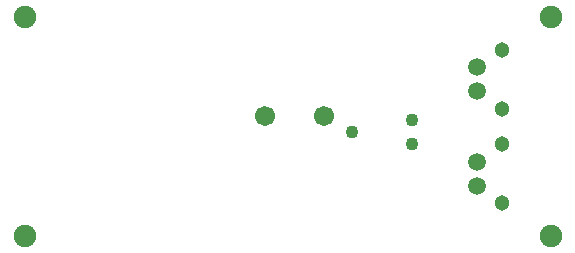
<source format=gbs>
G04 #@! TF.GenerationSoftware,KiCad,Pcbnew,(2017-11-24 revision a01d81e4b)-makepkg*
G04 #@! TF.CreationDate,2018-02-25T20:08:33+10:30*
G04 #@! TF.ProjectId,ledGlasses,6C6564476C61737365732E6B69636164,rev?*
G04 #@! TF.SameCoordinates,PX5f5e100PY5f5e100*
G04 #@! TF.FileFunction,Soldermask,Bot*
G04 #@! TF.FilePolarity,Negative*
%FSLAX46Y46*%
G04 Gerber Fmt 4.6, Leading zero omitted, Abs format (unit mm)*
G04 Created by KiCad (PCBNEW (2017-11-24 revision a01d81e4b)-makepkg) date 02/25/18 20:08:33*
%MOMM*%
%LPD*%
G01*
G04 APERTURE LIST*
%ADD10C,1.901600*%
%ADD11C,1.301600*%
%ADD12C,1.501600*%
%ADD13C,1.701600*%
%ADD14C,1.092200*%
G04 APERTURE END LIST*
D10*
X47250000Y-2750000D03*
X2750000Y-2750000D03*
X2750000Y-21250000D03*
X47250000Y-21250000D03*
D11*
X43100000Y-18500000D03*
X43100000Y-13500000D03*
D12*
X41000000Y-15000000D03*
X41000000Y-17000000D03*
D11*
X43100000Y-10500000D03*
X43100000Y-5500000D03*
D12*
X41000000Y-7000000D03*
X41000000Y-9000000D03*
D13*
X23100000Y-11100000D03*
X28100000Y-11100000D03*
D14*
X35540000Y-11484000D03*
X35540000Y-13516000D03*
X30460000Y-12500000D03*
M02*

</source>
